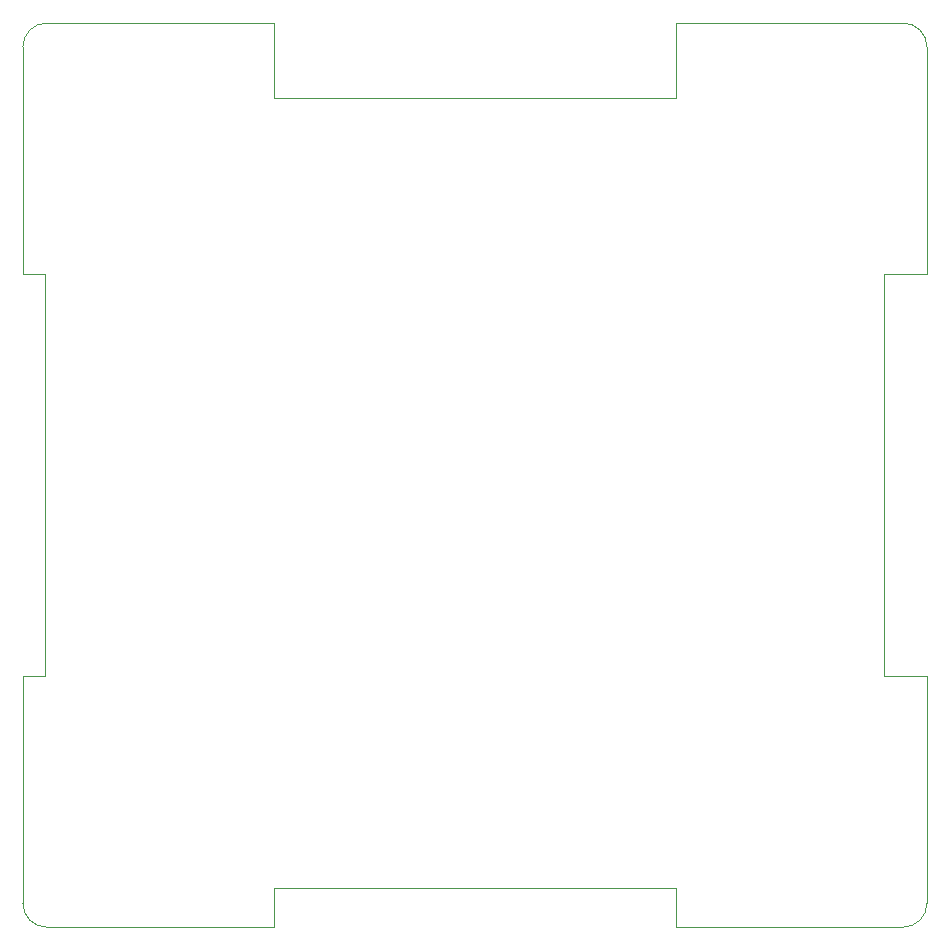
<source format=gbr>
%TF.GenerationSoftware,KiCad,Pcbnew,9.0.7*%
%TF.CreationDate,2026-02-15T10:00:23-06:00*%
%TF.ProjectId,grad_cap_display,67726164-5f63-4617-905f-646973706c61,rev?*%
%TF.SameCoordinates,Original*%
%TF.FileFunction,Profile,NP*%
%FSLAX46Y46*%
G04 Gerber Fmt 4.6, Leading zero omitted, Abs format (unit mm)*
G04 Created by KiCad (PCBNEW 9.0.7) date 2026-02-15 10:00:23*
%MOMM*%
%LPD*%
G01*
G04 APERTURE LIST*
%TA.AperFunction,Profile*%
%ADD10C,0.050000*%
%TD*%
G04 APERTURE END LIST*
D10*
X-269600000Y653030000D02*
X-267700000Y653030000D01*
X-267700000Y619030000D02*
X-267700000Y653030000D01*
X-196690000Y653030000D02*
X-193060000Y653030000D01*
X-195060000Y674300000D02*
G75*
G02*
X-193060000Y672300000I1J-1999999D01*
G01*
X-269600000Y672300000D02*
G75*
G02*
X-267600000Y674300000I1999999J1D01*
G01*
X-267600000Y597760000D02*
G75*
G02*
X-269600000Y599760000I-1J1999999D01*
G01*
X-193060000Y599760000D02*
G75*
G02*
X-195060000Y597760000I-1999999J-1D01*
G01*
X-214330000Y601090000D02*
X-248330000Y601090000D01*
X-269600000Y619030000D02*
X-269600000Y599760000D01*
X-269600000Y672300000D02*
X-269600000Y653030000D01*
X-267700000Y619030000D02*
X-269600000Y619030000D01*
X-248330000Y674300000D02*
X-267600000Y674300000D01*
X-248330000Y667970000D02*
X-214330000Y667970000D01*
X-214330000Y674300000D02*
X-214330000Y667970000D01*
X-195060000Y674300000D02*
X-214330000Y674300000D01*
X-248330000Y667970000D02*
X-248330000Y674300000D01*
X-193060000Y653030000D02*
X-193060000Y672300000D01*
X-196690000Y653030000D02*
X-196690000Y619030000D01*
X-193060000Y619030000D02*
X-196690000Y619030000D01*
X-193060000Y599760000D02*
X-193060000Y619030000D01*
X-248330000Y597760000D02*
X-248330000Y601090000D01*
X-267600000Y597760000D02*
X-248330000Y597760000D01*
X-214330000Y601090000D02*
X-214330000Y597760000D01*
X-214330000Y597760000D02*
X-195060000Y597760000D01*
M02*

</source>
